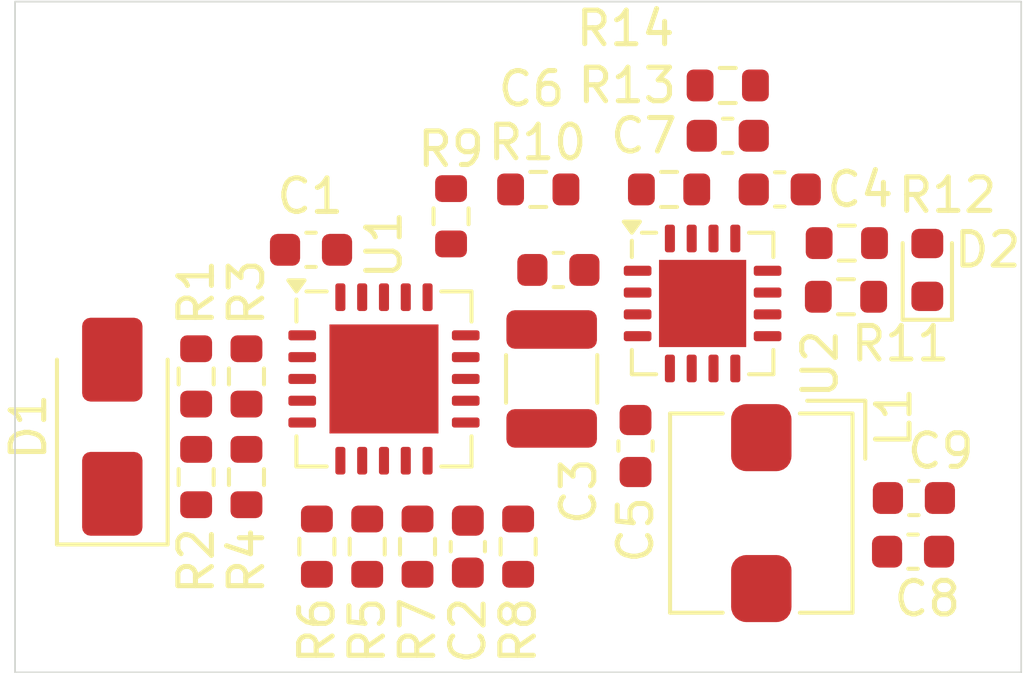
<source format=kicad_pcb>
(kicad_pcb (version 20240108) (generator "pcbnew") (generator_version "8.0")
  (layers (0 "F.Cu" signal) (31 "B.Cu" signal) (34 "B.Paste" user) (35 "F.Paste" user) (36 "B.SilkS" user "B.Silkscreen") (37 "F.SilkS" user "F.Silkscreen") (38 "B.Mask" user) (39 "F.Mask" user) (44 "Edge.Cuts" user))
  (net 0 "")
  (net 1 "GND")
  (net 2 "Vin")
  (net 3 "/ID_TSTART")
  (net 4 "VIN")
  (net 5 "PGND")
  (net 6 "/DCDC_SS")
  (net 7 "/DCDC_SW")
  (net 8 "/DCDC_BST")
  (net 9 "/DCDC_VCC")
  (net 10 "Vout")
  (net 11 "/DCDC_FB")
  (net 12 "Net-(D2-A)")
  (net 13 "/ID_UVLO")
  (net 14 "/ID_OVLO")
  (net 15 "/ID_SETI")
  (net 16 "/ID_CLMODE")
  (net 17 "/ID_UVOV")
  (net 18 "/~{ID_FLAG}")
  (net 19 "/DCDC_UVLO")
  (net 20 "/DCDC_FS")
  (net 21 "Net-(U2-PG)")
  (footprint "Capacitor_SMD:C_0603_1608Metric" (layer "F.Cu") (at 122.25 35 180)
    (property "Reference" "C7" (at 2.5 0 360) (layer "F.SilkS"))
    (property "Value" "47p")
    (fp_line (start -0.14058 0.51) (end 0.14058 0.51) (stroke (width 0.12)) (layer "F.SilkS"))
    (fp_line (start -0.14058 -0.51) (end 0.14058 -0.51) (stroke (width 0.12)) (layer "F.SilkS"))
    (pad "1" smd roundrect (at -0.775 0 180) (size 0.9 0.95) (layers "F.Cu" "F.Paste" "F.Mask") (net 10 "Vout"))
    (pad "2" smd roundrect (at 0.775 0 180) (size 0.9 0.95) (layers "F.Cu" "F.Paste" "F.Mask") (net 11 "/DCDC_FB"))
  )
  (footprint "Resistor_SMD:R_0603_1608Metric" (layer "F.Cu") (at 125.8 38.2)
    (property "Reference" "R12" (at 3 -1.43 360) (layer "F.SilkS"))
    (property "Value" "1.5K")
    (fp_line (start -0.237258 -0.5225) (end 0.237258 -0.5225) (stroke (width 0.12)) (layer "F.SilkS"))
    (fp_line (start -0.237258 0.5225) (end 0.237258 0.5225) (stroke (width 0.12)) (layer "F.SilkS"))
    (pad "1" smd roundrect (at -0.825 0) (size 0.8 0.95) (layers "F.Cu" "F.Paste" "F.Mask") (net 21 "Net-(U2-PG)"))
    (pad "2" smd roundrect (at 0.825 0) (size 0.8 0.95) (layers "F.Cu" "F.Paste" "F.Mask") (net 12 "Net-(D2-A)"))
  )
  (footprint "Resistor_SMD:R_0603_1608Metric" (layer "F.Cu") (at 125.775 39.8)
    (property "Reference" "R11" (at 1.625 1.4 0) (layer "F.SilkS"))
    (property "Value" "536K")
    (fp_line (start -0.237258 -0.5225) (end 0.237258 -0.5225) (stroke (width 0.12)) (layer "F.SilkS"))
    (fp_line (start -0.237258 0.5225) (end 0.237258 0.5225) (stroke (width 0.12)) (layer "F.SilkS"))
    (pad "1" smd roundrect (at -0.825 0) (size 0.8 0.95) (layers "F.Cu" "F.Paste" "F.Mask") (net 20 "/DCDC_FS"))
    (pad "2" smd roundrect (at 0.825 0) (size 0.8 0.95) (layers "F.Cu" "F.Paste" "F.Mask") (net 5 "PGND"))
  )
  (footprint "Capacitor_SMD:C_0603_1608Metric" (layer "F.Cu") (at 127.775 47.4)
    (property "Reference" "C8" (at 0.425 1.4 0) (layer "F.SilkS"))
    (property "Value" "22u")
    (fp_line (start -0.14058 -0.51) (end 0.14058 -0.51) (stroke (width 0.12)) (layer "F.SilkS"))
    (fp_line (start -0.14058 0.51) (end 0.14058 0.51) (stroke (width 0.12)) (layer "F.SilkS"))
    (pad "1" smd roundrect (at -0.775 0) (size 0.9 0.95) (layers "F.Cu" "F.Paste" "F.Mask") (net 10 "Vout"))
    (pad "2" smd roundrect (at 0.775 0) (size 0.9 0.95) (layers "F.Cu" "F.Paste" "F.Mask") (net 5 "PGND"))
  )
  (footprint "Resistor_SMD:R_0603_1608Metric" (layer "F.Cu") (at 114 37.4 -90)
    (property "Reference" "R9" (at -2 0 360) (layer "F.SilkS"))
    (property "Value" "536K")
    (fp_line (start -0.237258 0.5225) (end 0.237258 0.5225) (stroke (width 0.12)) (layer "F.SilkS"))
    (fp_line (start -0.237258 -0.5225) (end 0.237258 -0.5225) (stroke (width 0.12)) (layer "F.SilkS"))
    (pad "1" smd roundrect (at -0.825 0 270) (size 0.8 0.95) (layers "F.Cu" "F.Paste" "F.Mask") (net 19 "/DCDC_UVLO"))
    (pad "2" smd roundrect (at 0.825 0 270) (size 0.8 0.95) (layers "F.Cu" "F.Paste" "F.Mask") (net 4 "VIN"))
  )
  (footprint "Package_DFN_QFN:TQFN-20-1EP_5x5mm_P0.65mm_EP3.25x3.25mm" (layer "F.Cu") (at 112 42.25)
    (property "Reference" "U1" (at 0 -4 90) (layer "F.SilkS"))
    (property "Value" "MAX17614")
    (fp_line (start -2.61 -1.71) (end -2.61 -2.37) (stroke (width 0.12)) (layer "F.SilkS"))
    (fp_line (start -2.61 2.61) (end -2.61 1.71) (stroke (width 0.12)) (layer "F.SilkS"))
    (fp_line (start -1.71 -2.61) (end -2.31 -2.61) (stroke (width 0.12)) (layer "F.SilkS"))
    (fp_line (start -1.71 2.61) (end -2.61 2.61) (stroke (width 0.12)) (layer "F.SilkS"))
    (fp_line (start 1.71 -2.61) (end 2.61 -2.61) (stroke (width 0.12)) (layer "F.SilkS"))
    (fp_line (start 1.71 2.61) (end 2.61 2.61) (stroke (width 0.12)) (layer "F.SilkS"))
    (fp_line (start 2.61 -2.61) (end 2.61 -1.71) (stroke (width 0.12)) (layer "F.SilkS"))
    (fp_line (start 2.61 2.61) (end 2.61 1.71) (stroke (width 0.12)) (layer "F.SilkS"))
    (fp_poly (pts (xy -2.61 -2.61) (xy -2.85 -2.94) (xy -2.37 -2.94) (xy -2.61 -2.61)) (stroke (width 0.12)) (fill solid) (layer "F.SilkS"))
    (pad "1" smd roundrect (at -2.4375 -1.3) (size 0.825 0.3) (layers "F.Cu" "F.Paste" "F.Mask") (net 2 "Vin"))
    (pad "2" smd roundrect (at -2.4375 -0.65) (size 0.825 0.3) (layers "F.Cu" "F.Paste" "F.Mask") (net 2 "Vin"))
    (pad "3" smd roundrect (at -2.4375 0) (size 0.825 0.3) (layers "F.Cu" "F.Paste" "F.Mask") (net 2 "Vin"))
    (pad "4" smd roundrect (at -2.4375 0.65) (size 0.825 0.3) (layers "F.Cu" "F.Paste" "F.Mask") (net 13 "/ID_UVLO"))
    (pad "5" smd roundrect (at -2.4375 1.3) (size 0.825 0.3) (layers "F.Cu" "F.Paste" "F.Mask") (net 14 "/ID_OVLO"))
    (pad "6" smd roundrect (at -1.3 2.4375) (size 0.3 0.825) (layers "F.Cu" "F.Paste" "F.Mask") (net 16 "/ID_CLMODE"))
    (pad "7" smd roundrect (at -0.65 2.4375) (size 0.3 0.825) (layers "F.Cu" "F.Paste" "F.Mask") (net 15 "/ID_SETI"))
    (pad "8" smd roundrect (at 0 2.4375) (size 0.3 0.825) (layers "F.Cu" "F.Paste" "F.Mask") (net 1 "GND"))
    (pad "9" smd roundrect (at 0.65 2.4375) (size 0.3 0.825) (layers "F.Cu" "F.Paste" "F.Mask"))
    (pad "10" smd roundrect (at 1.3 2.4375) (size 0.3 0.825) (layers "F.Cu" "F.Paste" "F.Mask") (net 17 "/ID_UVOV"))
    (pad "11" smd roundrect (at 2.4375 1.3) (size 0.825 0.3) (layers "F.Cu" "F.Paste" "F.Mask") (net 18 "/~{ID_FLAG}"))
    (pad "12" smd roundrect (at 2.4375 0.65) (size 0.825 0.3) (layers "F.Cu" "F.Paste" "F.Mask") (net 3 "/ID_TSTART"))
    (pad "13" smd roundrect (at 2.4375 0) (size 0.825 0.3) (layers "F.Cu" "F.Paste" "F.Mask") (net 4 "VIN"))
    (pad "14" smd roundrect (at 2.4375 -0.65) (size 0.825 0.3) (layers "F.Cu" "F.Paste" "F.Mask") (net 4 "VIN"))
    (pad "15" smd roundrect (at 2.4375 -1.3) (size 0.825 0.3) (layers "F.Cu" "F.Paste" "F.Mask") (net 4 "VIN"))
    (pad "16" smd roundrect (at 1.3 -2.4375) (size 0.3 0.825) (layers "F.Cu" "F.Paste" "F.Mask"))
    (pad "17" smd roundrect (at 0.65 -2.4375) (size 0.3 0.825) (layers "F.Cu" "F.Paste" "F.Mask"))
    (pad "18" smd roundrect (at 0 -2.4375) (size 0.3 0.825) (layers "F.Cu" "F.Paste" "F.Mask"))
    (pad "19" smd roundrect (at -0.65 -2.4375) (size 0.3 0.825) (layers "F.Cu" "F.Paste" "F.Mask"))
    (pad "20" smd roundrect (at -1.3 -2.4375) (size 0.3 0.825) (layers "F.Cu" "F.Paste" "F.Mask"))
    (pad "21" smd rect (at 0 0) (size 3.25 3.25) (property pad_prop_heatsink) (layers "F.Cu" "F.Mask") (net 1 "GND"))
  )
  (footprint "Package_DFN_QFN:UQFN-16-1EP_4x4mm_P0.65mm_EP2.6x2.6mm" (layer "F.Cu") (at 121.5 40)
    (property "Reference" "U2" (at 3.5 1.8 90) (layer "F.SilkS"))
    (property "Value" "AP66300")
    (fp_line (start -2.11 -1.385) (end -2.11 -1.87) (stroke (width 0.12)) (layer "F.SilkS"))
    (fp_line (start -2.11 2.11) (end -2.11 1.385) (stroke (width 0.12)) (layer "F.SilkS"))
    (fp_line (start -1.385 -2.11) (end -1.81 -2.11) (stroke (width 0.12)) (layer "F.SilkS"))
    (fp_line (start -1.385 2.11) (end -2.11 2.11) (stroke (width 0.12)) (layer "F.SilkS"))
    (fp_line (start 1.385 -2.11) (end 2.11 -2.11) (stroke (width 0.12)) (layer "F.SilkS"))
    (fp_line (start 1.385 2.11) (end 2.11 2.11) (stroke (width 0.12)) (layer "F.SilkS"))
    (fp_line (start 2.11 -2.11) (end 2.11 -1.385) (stroke (width 0.12)) (layer "F.SilkS"))
    (fp_line (start 2.11 2.11) (end 2.11 1.385) (stroke (width 0.12)) (layer "F.SilkS"))
    (fp_poly (pts (xy -2.11 -2.11) (xy -2.35 -2.44) (xy -1.87 -2.44) (xy -2.11 -2.11)) (stroke (width 0.12)) (fill solid) (layer "F.SilkS"))
    (pad "1" smd roundrect (at -1.9375 -0.975) (size 0.825 0.3) (layers "F.Cu" "F.Paste" "F.Mask") (net 10 "Vout"))
    (pad "2" smd roundrect (at -1.9375 -0.325) (size 0.825 0.3) (layers "F.Cu" "F.Paste" "F.Mask") (net 9 "/DCDC_VCC"))
    (pad "3" smd roundrect (at -1.9375 0.325) (size 0.825 0.3) (layers "F.Cu" "F.Paste" "F.Mask") (net 4 "VIN"))
    (pad "4" smd roundrect (at -1.9375 0.975) (size 0.825 0.3) (layers "F.Cu" "F.Paste" "F.Mask") (net 4 "VIN"))
    (pad "5" smd roundrect (at -0.975 1.9375) (size 0.3 0.825) (layers "F.Cu" "F.Paste" "F.Mask") (net 8 "/DCDC_BST"))
    (pad "6" smd roundrect (at -0.325 1.9375) (size 0.3 0.825) (layers "F.Cu" "F.Paste" "F.Mask") (net 7 "/DCDC_SW"))
    (pad "7" smd roundrect (at 0.325 1.9375) (size 0.3 0.825) (layers "F.Cu" "F.Paste" "F.Mask") (net 7 "/DCDC_SW"))
    (pad "8" smd roundrect (at 0.975 1.9375) (size 0.3 0.825) (layers "F.Cu" "F.Paste" "F.Mask") (net 5 "PGND"))
    (pad "9" smd roundrect (at 1.9375 0.975) (size 0.825 0.3) (layers "F.Cu" "F.Paste" "F.Mask") (net 5 "PGND"))
    (pad "10" smd roundrect (at 1.9375 0.325) (size 0.825 0.3) (layers "F.Cu" "F.Paste" "F.Mask") (net 19 "/DCDC_UVLO"))
    (pad "11" smd roundrect (at 1.9375 -0.325) (size 0.825 0.3) (layers "F.Cu" "F.Paste" "F.Mask") (net 20 "/DCDC_FS"))
    (pad "12" smd roundrect (at 1.9375 -0.975) (size 0.825 0.3) (layers "F.Cu" "F.Paste" "F.Mask"))
    (pad "13" smd roundrect (at 0.975 -1.9375) (size 0.3 0.825) (layers "F.Cu" "F.Paste" "F.Mask") (net 21 "Net-(U2-PG)"))
    (pad "14" smd roundrect (at 0.325 -1.9375) (size 0.3 0.825) (layers "F.Cu" "F.Paste" "F.Mask") (net 6 "/DCDC_SS"))
    (pad "15" smd roundrect (at -0.325 -1.9375) (size 0.3 0.825) (layers "F.Cu" "F.Paste" "F.Mask") (net 11 "/DCDC_FB"))
    (pad "16" smd roundrect (at -0.975 -1.9375) (size 0.3 0.825) (layers "F.Cu" "F.Paste" "F.Mask") (net 5 "PGND"))
    (pad "17" smd rect (at 0 0) (size 2.6 2.6) (property pad_prop_heatsink) (layers "F.Cu" "F.Mask"))
  )
  (footprint "Resistor_SMD:R_0603_1608Metric" (layer "F.Cu") (at 120.5 36.6 180)
    (property "Reference" "R14" (at 1.3 4.8 360) (layer "F.SilkS"))
    (property "Value" "31.6K")
    (fp_line (start -0.237258 0.5225) (end 0.237258 0.5225) (stroke (width 0.12)) (layer "F.SilkS"))
    (fp_line (start -0.237258 -0.5225) (end 0.237258 -0.5225) (stroke (width 0.12)) (layer "F.SilkS"))
    (pad "1" smd roundrect (at -0.825 0 180) (size 0.8 0.95) (layers "F.Cu" "F.Paste" "F.Mask") (net 11 "/DCDC_FB"))
    (pad "2" smd roundrect (at 0.825 0 180) (size 0.8 0.95) (layers "F.Cu" "F.Paste" "F.Mask") (net 5 "PGND"))
  )
  (footprint "Inductor_SMD:L_Bourns_SRP5030T" (layer "F.Cu") (at 123.25 46.25 -90)
    (property "Reference" "L1" (at -2.85 -3.95 -90) (layer "F.SilkS"))
    (property "Value" "5.6u")
    (fp_line (start -2.97 2.72) (end 2.97 2.72) (stroke (width 0.12)) (layer "F.SilkS"))
    (fp_line (start -2.97 1.15) (end -2.97 2.72) (stroke (width 0.12)) (layer "F.SilkS"))
    (fp_line (start 2.97 1.15) (end 2.97 2.72) (stroke (width 0.12)) (layer "F.SilkS"))
    (fp_line (start -3.35 -1.37) (end -3.35 -3.1) (stroke (width 0.12)) (layer "F.SilkS"))
    (fp_line (start -2.97 -2.72) (end -2.97 -1.15) (stroke (width 0.12)) (layer "F.SilkS"))
    (fp_line (start -2.97 -2.72) (end 2.97 -2.72) (stroke (width 0.12)) (layer "F.SilkS"))
    (fp_line (start 2.97 -2.72) (end 2.97 -1.15) (stroke (width 0.12)) (layer "F.SilkS"))
    (fp_line (start -3.35 -3.1) (end -1.62 -3.1) (stroke (width 0.12)) (layer "F.SilkS"))
    (pad "1" smd roundrect (at -2.25 0 270) (size 2 1.8) (layers "F.Cu" "F.Paste" "F.Mask") (net 7 "/DCDC_SW"))
    (pad "2" smd roundrect (at 2.25 0 270) (size 2 1.8) (layers "F.Cu" "F.Paste" "F.Mask") (net 10 "Vout"))
  )
  (footprint "Capacitor_SMD:C_0603_1608Metric" (layer "F.Cu") (at 123.8 36.6)
    (property "Reference" "C4" (at 2.4 0 0) (layer "F.SilkS"))
    (property "Value" "56n")
    (fp_line (start -0.14058 -0.51) (end 0.14058 -0.51) (stroke (width 0.12)) (layer "F.SilkS"))
    (fp_line (start -0.14058 0.51) (end 0.14058 0.51) (stroke (width 0.12)) (layer "F.SilkS"))
    (pad "1" smd roundrect (at -0.775 0) (size 0.9 0.95) (layers "F.Cu" "F.Paste" "F.Mask") (net 6 "/DCDC_SS"))
    (pad "2" smd roundrect (at 0.775 0) (size 0.9 0.95) (layers "F.Cu" "F.Paste" "F.Mask") (net 5 "PGND"))
  )
  (footprint "Resistor_SMD:R_0603_1608Metric" (layer "F.Cu") (at 116 47.25 90)
    (property "Reference" "R8" (at -2.5 0 90) (layer "F.SilkS"))
    (property "Value" "10K")
    (fp_line (start -0.237258 -0.5225) (end 0.237258 -0.5225) (stroke (width 0.12)) (layer "F.SilkS"))
    (fp_line (start -0.237258 0.5225) (end 0.237258 0.5225) (stroke (width 0.12)) (layer "F.SilkS"))
    (pad "1" smd roundrect (at -0.825 0 90) (size 0.8 0.95) (layers "F.Cu" "F.Paste" "F.Mask") (net 10 "Vout"))
    (pad "2" smd roundrect (at 0.825 0 90) (size 0.8 0.95) (layers "F.Cu" "F.Paste" "F.Mask") (net 18 "/~{ID_FLAG}"))
  )
  (footprint "Resistor_SMD:R_0603_1608Metric" (layer "F.Cu") (at 122.25 33.5 180)
    (property "Reference" "R13" (at 3 0 360) (layer "F.SilkS"))
    (property "Value" "100K")
    (fp_line (start -0.237258 0.5225) (end 0.237258 0.5225) (stroke (width 0.12)) (layer "F.SilkS"))
    (fp_line (start -0.237258 -0.5225) (end 0.237258 -0.5225) (stroke (width 0.12)) (layer "F.SilkS"))
    (pad "1" smd roundrect (at -0.825 0 180) (size 0.8 0.95) (layers "F.Cu" "F.Paste" "F.Mask") (net 10 "Vout"))
    (pad "2" smd roundrect (at 0.825 0 180) (size 0.8 0.95) (layers "F.Cu" "F.Paste" "F.Mask") (net 11 "/DCDC_FB"))
  )
  (footprint "Resistor_SMD:R_0603_1608Metric" (layer "F.Cu") (at 110 47.25 -90)
    (property "Reference" "R6" (at 2.5 0 90) (layer "F.SilkS"))
    (property "Value" "150K")
    (fp_line (start -0.237258 0.5225) (end 0.237258 0.5225) (stroke (width 0.12)) (layer "F.SilkS"))
    (fp_line (start -0.237258 -0.5225) (end 0.237258 -0.5225) (stroke (width 0.12)) (layer "F.SilkS"))
    (pad "1" smd roundrect (at -0.825 0 270) (size 0.8 0.95) (layers "F.Cu" "F.Paste" "F.Mask") (net 16 "/ID_CLMODE"))
    (pad "2" smd roundrect (at 0.825 0 270) (size 0.8 0.95) (layers "F.Cu" "F.Paste" "F.Mask") (net 1 "GND"))
  )
  (footprint "Resistor_SMD:R_0603_1608Metric" (layer "F.Cu") (at 116.6 36.6 180)
    (property "Reference" "R10" (at 0.025 1.4 180) (layer "F.SilkS"))
    (property "Value" "255K")
    (fp_line (start -0.237258 0.5225) (end 0.237258 0.5225) (stroke (width 0.12)) (layer "F.SilkS"))
    (fp_line (start -0.237258 -0.5225) (end 0.237258 -0.5225) (stroke (width 0.12)) (layer "F.SilkS"))
    (pad "1" smd roundrect (at -0.825 0 180) (size 0.8 0.95) (layers "F.Cu" "F.Paste" "F.Mask") (net 19 "/DCDC_UVLO"))
    (pad "2" smd roundrect (at 0.825 0 180) (size 0.8 0.95) (layers "F.Cu" "F.Paste" "F.Mask") (net 5 "PGND"))
  )
  (footprint "Capacitor_SMD:C_0603_1608Metric" (layer "F.Cu") (at 117.2 39 180)
    (property "Reference" "C6" (at 0.8 5.4 360) (layer "F.SilkS"))
    (property "Value" "1u")
    (fp_line (start -0.14058 0.51) (end 0.14058 0.51) (stroke (width 0.12)) (layer "F.SilkS"))
    (fp_line (start -0.14058 -0.51) (end 0.14058 -0.51) (stroke (width 0.12)) (layer "F.SilkS"))
    (pad "1" smd roundrect (at -0.775 0 180) (size 0.9 0.95) (layers "F.Cu" "F.Paste" "F.Mask") (net 9 "/DCDC_VCC"))
    (pad "2" smd roundrect (at 0.775 0 180) (size 0.9 0.95) (layers "F.Cu" "F.Paste" "F.Mask") (net 5 "PGND"))
  )
  (footprint "LED_SMD:LED_0603_1608Metric" (layer "F.Cu") (at 128.2 39 90)
    (property "Reference" "D2" (at 0.6 1.8 180) (layer "F.SilkS"))
    (property "Value" "Green")
    (fp_line (start 0.8 -0.735) (end -1.485 -0.735) (stroke (width 0.12)) (layer "F.SilkS"))
    (fp_line (start -1.485 -0.735) (end -1.485 0.735) (stroke (width 0.12)) (layer "F.SilkS"))
    (fp_line (start -1.485 0.735) (end 0.8 0.735) (stroke (width 0.12)) (layer "F.SilkS"))
    (pad "1" smd roundrect (at -0.7875 0 90) (size 0.875 0.95) (layers "F.Cu" "F.Paste" "F.Mask") (net 5 "PGND"))
    (pad "2" smd roundrect (at 0.7875 0 90) (size 0.875 0.95) (layers "F.Cu" "F.Paste" "F.Mask") (net 12 "Net-(D2-A)"))
  )
  (footprint "Capacitor_SMD:C_0603_1608Metric" (layer "F.Cu") (at 114.5 47.25 -90)
    (property "Reference" "C2" (at 2.5 0 90) (layer "F.SilkS"))
    (property "Value" "56n")
    (fp_line (start -0.14058 0.51) (end 0.14058 0.51) (stroke (width 0.12)) (layer "F.SilkS"))
    (fp_line (start -0.14058 -0.51) (end 0.14058 -0.51) (stroke (width 0.12)) (layer "F.SilkS"))
    (pad "1" smd roundrect (at -0.775 0 270) (size 0.9 0.95) (layers "F.Cu" "F.Paste" "F.Mask") (net 3 "/ID_TSTART"))
    (pad "2" smd roundrect (at 0.775 0 270) (size 0.9 0.95) (layers "F.Cu" "F.Paste" "F.Mask") (net 1 "GND"))
  )
  (footprint "Resistor_SMD:R_0603_1608Metric" (layer "F.Cu") (at 106.4 42.175 -90)
    (property "Reference" "R1" (at -2.5 0 -90) (layer "F.SilkS"))
    (property "Value" "2.2M")
    (fp_line (start -0.237258 0.5225) (end 0.237258 0.5225) (stroke (width 0.12)) (layer "F.SilkS"))
    (fp_line (start -0.237258 -0.5225) (end 0.237258 -0.5225) (stroke (width 0.12)) (layer "F.SilkS"))
    (pad "1" smd roundrect (at -0.825 0 270) (size 0.8 0.95) (layers "F.Cu" "F.Paste" "F.Mask") (net 2 "Vin"))
    (pad "2" smd roundrect (at 0.825 0 270) (size 0.8 0.95) (layers "F.Cu" "F.Paste" "F.Mask") (net 13 "/ID_UVLO"))
  )
  (footprint "Resistor_SMD:R_0603_1608Metric" (layer "F.Cu") (at 107.9 42.175 -90)
    (property "Reference" "R3" (at -2.5 0 90) (layer "F.SilkS"))
    (property "Value" "470K")
    (fp_line (start -0.237258 0.5225) (end 0.237258 0.5225) (stroke (width 0.12)) (layer "F.SilkS"))
    (fp_line (start -0.237258 -0.5225) (end 0.237258 -0.5225) (stroke (width 0.12)) (layer "F.SilkS"))
    (pad "1" smd roundrect (at -0.825 0 270) (size 0.8 0.95) (layers "F.Cu" "F.Paste" "F.Mask") (net 2 "Vin"))
    (pad "2" smd roundrect (at 0.825 0 270) (size 0.8 0.95) (layers "F.Cu" "F.Paste" "F.Mask") (net 14 "/ID_OVLO"))
  )
  (footprint "Resistor_SMD:R_0603_1608Metric" (layer "F.Cu") (at 113 47.25 90)
    (property "Reference" "R7" (at -2.5 0 90) (layer "F.SilkS"))
    (property "Value" "10K")
    (fp_line (start -0.237258 -0.5225) (end 0.237258 -0.5225) (stroke (width 0.12)) (layer "F.SilkS"))
    (fp_line (start -0.237258 0.5225) (end 0.237258 0.5225) (stroke (width 0.12)) (layer "F.SilkS"))
    (pad "1" smd roundrect (at -0.825 0 90) (size 0.8 0.95) (layers "F.Cu" "F.Paste" "F.Mask") (net 10 "Vout"))
    (pad "2" smd roundrect (at 0.825 0 90) (size 0.8 0.95) (layers "F.Cu" "F.Paste" "F.Mask") (net 17 "/ID_UVOV"))
  )
  (footprint "Resistor_SMD:R_0603_1608Metric" (layer "F.Cu") (at 106.4 45.175 -90)
    (property "Reference" "R2" (at 2.5 0 90) (layer "F.SilkS"))
    (property "Value" "1.1M")
    (fp_line (start -0.237258 0.5225) (end 0.237258 0.5225) (stroke (width 0.12)) (layer "F.SilkS"))
    (fp_line (start -0.237258 -0.5225) (end 0.237258 -0.5225) (stroke (width 0.12)) (layer "F.SilkS"))
    (pad "1" smd roundrect (at -0.825 0 270) (size 0.8 0.95) (layers "F.Cu" "F.Paste" "F.Mask") (net 13 "/ID_UVLO"))
    (pad "2" smd roundrect (at 0.825 0 270) (size 0.8 0.95) (layers "F.Cu" "F.Paste" "F.Mask") (net 1 "GND"))
  )
  (footprint "Diode_SMD:D_SMA" (layer "F.Cu") (at 103.9 43.675 90)
    (property "Reference" "D1" (at 0 -2.5 90) (layer "F.SilkS"))
    (property "Value" "SMAJ48CA")
    (fp_line (start -3.51 -1.65) (end 2 -1.65) (stroke (width 0.12)) (layer "F.SilkS"))
    (fp_line (start -3.51 -1.65) (end -3.51 1.65) (stroke (width 0.12)) (layer "F.SilkS"))
    (fp_line (start -3.51 1.65) (end 2 1.65) (stroke (width 0.12)) (layer "F.SilkS"))
    (pad "1" smd roundrect (at -2 0 90) (size 2.5 1.8) (layers "F.Cu" "F.Paste" "F.Mask") (roundrect_rratio 0.1388888889) (net 1 "GND"))
    (pad "2" smd roundrect (at 2 0 90) (size 2.5 1.8) (layers "F.Cu" "F.Paste" "F.Mask") (roundrect_rratio 0.1388888889) (net 2 "Vin"))
  )
  (footprint "Resistor_SMD:R_0603_1608Metric" (layer "F.Cu") (at 111.5 47.25 -90)
    (property "Reference" "R5" (at 2.5 0 90) (layer "F.SilkS"))
    (property "Value" "1.5K")
    (fp_line (start -0.237258 0.5225) (end 0.237258 0.5225) (stroke (width 0.12)) (layer "F.SilkS"))
    (fp_line (start -0.237258 -0.5225) (end 0.237258 -0.5225) (stroke (width 0.12)) (layer "F.SilkS"))
    (pad "1" smd roundrect (at -0.825 0 270) (size 0.8 0.95) (layers "F.Cu" "F.Paste" "F.Mask") (net 15 "/ID_SETI"))
    (pad "2" smd roundrect (at 0.825 0 270) (size 0.8 0.95) (layers "F.Cu" "F.Paste" "F.Mask") (net 1 "GND"))
  )
  (footprint "Capacitor_SMD:C_0603_1608Metric" (layer "F.Cu") (at 127.8 45.8)
    (property "Reference" "C9" (at 0.8 -1.4 0) (layer "F.SilkS"))
    (property "Value" "22u")
    (fp_line (start -0.14058 -0.51) (end 0.14058 -0.51) (stroke (width 0.12)) (layer "F.SilkS"))
    (fp_line (start -0.14058 0.51) (end 0.14058 0.51) (stroke (width 0.12)) (layer "F.SilkS"))
    (pad "1" smd roundrect (at -0.775 0) (size 0.9 0.95) (layers "F.Cu" "F.Paste" "F.Mask") (net 10 "Vout"))
    (pad "2" smd roundrect (at 0.775 0) (size 0.9 0.95) (layers "F.Cu" "F.Paste" "F.Mask") (net 5 "PGND"))
  )
  (footprint "Capacitor_SMD:C_0603_1608Metric" (layer "F.Cu") (at 119.5 44.25 -90)
    (property "Reference" "C5" (at 2.5 0 -90) (layer "F.SilkS"))
    (property "Value" "0.1u")
    (fp_line (start -0.14058 0.51) (end 0.14058 0.51) (stroke (width 0.12)) (layer "F.SilkS"))
    (fp_line (start -0.14058 -0.51) (end 0.14058 -0.51) (stroke (width 0.12)) (layer "F.SilkS"))
    (pad "1" smd roundrect (at -0.775 0 270) (size 0.9 0.95) (layers "F.Cu" "F.Paste" "F.Mask") (net 8 "/DCDC_BST"))
    (pad "2" smd roundrect (at 0.775 0 270) (size 0.9 0.95) (layers "F.Cu" "F.Paste" "F.Mask") (net 7 "/DCDC_SW"))
  )
  (footprint "Resistor_SMD:R_0603_1608Metric" (layer "F.Cu") (at 107.9 45.175 -90)
    (property "Reference" "R4" (at 2.5 0 90) (layer "F.SilkS"))
    (property "Value" "18.2K")
    (fp_line (start -0.237258 0.5225) (end 0.237258 0.5225) (stroke (width 0.12)) (layer "F.SilkS"))
    (fp_line (start -0.237258 -0.5225) (end 0.237258 -0.5225) (stroke (width 0.12)) (layer "F.SilkS"))
    (pad "1" smd roundrect (at -0.825 0 270) (size 0.8 0.95) (layers "F.Cu" "F.Paste" "F.Mask") (net 14 "/ID_OVLO"))
    (pad "2" smd roundrect (at 0.825 0 270) (size 0.8 0.95) (layers "F.Cu" "F.Paste" "F.Mask") (net 1 "GND"))
  )
  (footprint "Capacitor_SMD:C_1210_3225Metric" (layer "F.Cu") (at 117 42.25 -90)
    (property "Reference" "C3" (at 3.35 -0.8 90) (layer "F.SilkS"))
    (property "Value" "10u")
    (fp_line (start -0.711252 1.36) (end 0.711252 1.36) (stroke (width 0.12)) (layer "F.SilkS"))
    (fp_line (start -0.711252 -1.36) (end 0.711252 -1.36) (stroke (width 0.12)) (layer "F.SilkS"))
    (pad "1" smd roundrect (at -1.475 0 270) (size 1.15 2.7) (layers "F.Cu" "F.Paste" "F.Mask") (roundrect_rratio 0.217391) (net 4 "VIN"))
    (pad "2" smd roundrect (at 1.475 0 270) (size 1.15 2.7) (layers "F.Cu" "F.Paste" "F.Mask") (roundrect_rratio 0.217391) (net 1 "GND"))
  )
  (footprint "Capacitor_SMD:C_0603_1608Metric" (layer "F.Cu") (at 109.825 38.4)
    (property "Reference" "C1" (at -0.025 -1.6 360) (layer "F.SilkS"))
    (property "Value" "1u")
    (fp_line (start -0.14058 -0.51) (end 0.14058 -0.51) (stroke (width 0.12)) (layer "F.SilkS"))
    (fp_line (start -0.14058 0.51) (end 0.14058 0.51) (stroke (width 0.12)) (layer "F.SilkS"))
    (pad "1" smd roundrect (at -0.775 0) (size 0.9 0.95) (layers "F.Cu" "F.Paste" "F.Mask") (net 2 "Vin"))
    (pad "2" smd roundrect (at 0.775 0) (size 0.9 0.95) (layers "F.Cu" "F.Paste" "F.Mask") (net 1 "GND"))
  )
  (gr_rect (start 101 31) (end 131 51) (stroke (width 0.05)) (fill none) (layer "Edge.Cuts"))
)
</source>
